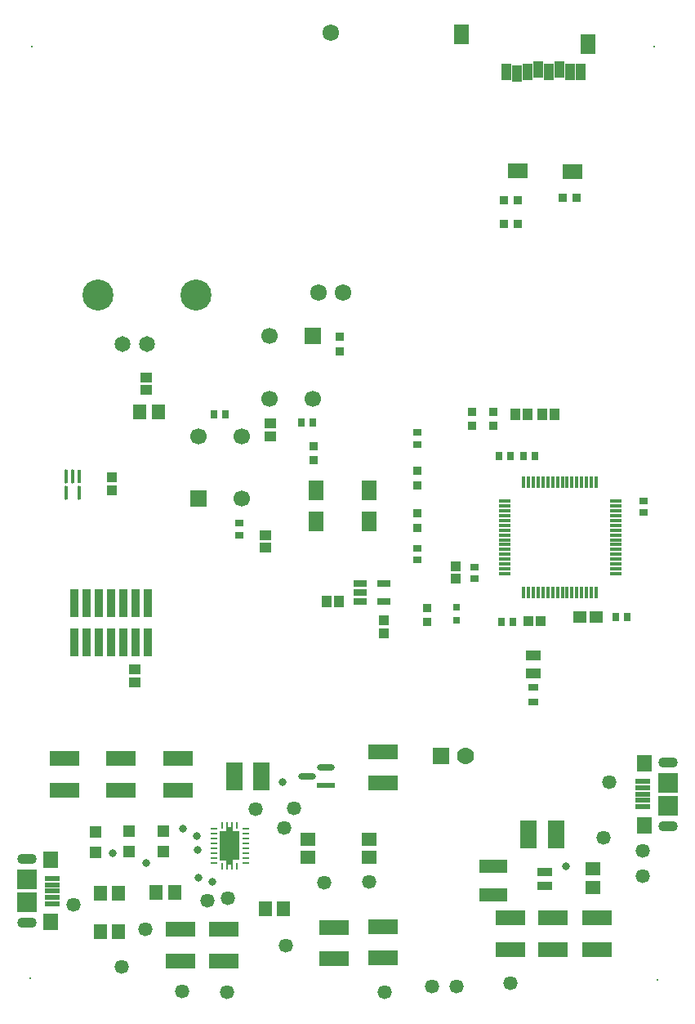
<source format=gts>
G04*
G04 #@! TF.GenerationSoftware,Altium Limited,Altium Designer,23.4.1 (23)*
G04*
G04 Layer_Color=8388736*
%FSLAX25Y25*%
%MOIN*%
G70*
G04*
G04 #@! TF.SameCoordinates,C2C47735-DA82-4273-8B30-92E5B03AA998*
G04*
G04*
G04 #@! TF.FilePolarity,Negative*
G04*
G01*
G75*
G04:AMPARAMS|DCode=18|XSize=23.62mil|YSize=9.45mil|CornerRadius=1.98mil|HoleSize=0mil|Usage=FLASHONLY|Rotation=0.000|XOffset=0mil|YOffset=0mil|HoleType=Round|Shape=RoundedRectangle|*
%AMROUNDEDRECTD18*
21,1,0.02362,0.00548,0,0,0.0*
21,1,0.01965,0.00945,0,0,0.0*
1,1,0.00397,0.00983,-0.00274*
1,1,0.00397,-0.00983,-0.00274*
1,1,0.00397,-0.00983,0.00274*
1,1,0.00397,0.00983,0.00274*
%
%ADD18ROUNDEDRECTD18*%
G04:AMPARAMS|DCode=19|XSize=71.82mil|YSize=24.33mil|CornerRadius=12.17mil|HoleSize=0mil|Usage=FLASHONLY|Rotation=180.000|XOffset=0mil|YOffset=0mil|HoleType=Round|Shape=RoundedRectangle|*
%AMROUNDEDRECTD19*
21,1,0.07182,0.00000,0,0,180.0*
21,1,0.04749,0.02433,0,0,180.0*
1,1,0.02433,-0.02375,0.00000*
1,1,0.02433,0.02375,0.00000*
1,1,0.02433,0.02375,0.00000*
1,1,0.02433,-0.02375,0.00000*
%
%ADD19ROUNDEDRECTD19*%
%ADD20R,0.04724X0.01181*%
%ADD21R,0.01181X0.04724*%
%ADD28R,0.06150X0.05542*%
G04:AMPARAMS|DCode=30|XSize=9.45mil|YSize=23.62mil|CornerRadius=1.98mil|HoleSize=0mil|Usage=FLASHONLY|Rotation=0.000|XOffset=0mil|YOffset=0mil|HoleType=Round|Shape=RoundedRectangle|*
%AMROUNDEDRECTD30*
21,1,0.00945,0.01965,0,0,0.0*
21,1,0.00548,0.02362,0,0,0.0*
1,1,0.00397,0.00274,-0.00983*
1,1,0.00397,-0.00274,-0.00983*
1,1,0.00397,-0.00274,0.00983*
1,1,0.00397,0.00274,0.00983*
%
%ADD30ROUNDEDRECTD30*%
%ADD31R,0.05542X0.06150*%
%ADD32R,0.03681X0.03788*%
%ADD33R,0.03772X0.03591*%
%ADD34R,0.03543X0.02953*%
%ADD36R,0.02953X0.03543*%
%ADD38R,0.03591X0.03772*%
%ADD40R,0.03788X0.03681*%
G04:AMPARAMS|DCode=42|XSize=57.64mil|YSize=14.8mil|CornerRadius=7.4mil|HoleSize=0mil|Usage=FLASHONLY|Rotation=270.000|XOffset=0mil|YOffset=0mil|HoleType=Round|Shape=RoundedRectangle|*
%AMROUNDEDRECTD42*
21,1,0.05764,0.00000,0,0,270.0*
21,1,0.04284,0.01480,0,0,270.0*
1,1,0.01480,0.00000,-0.02142*
1,1,0.01480,0.00000,0.02142*
1,1,0.01480,0.00000,0.02142*
1,1,0.01480,0.00000,-0.02142*
%
%ADD42ROUNDEDRECTD42*%
%ADD44R,0.02756X0.02559*%
%ADD45R,0.06903X0.11434*%
%ADD47R,0.04724X0.04724*%
%ADD49R,0.07182X0.02433*%
%ADD50R,0.03937X0.02953*%
%ADD54R,0.01181X0.04724*%
%ADD55R,0.01480X0.05764*%
%ADD57R,0.03701X0.11772*%
%ADD58R,0.03937X0.06693*%
%ADD59R,0.07874X0.06299*%
%ADD60R,0.06299X0.08268*%
%ADD61R,0.06102X0.02362*%
%ADD62R,0.06299X0.07087*%
%ADD63R,0.08268X0.08268*%
%ADD64R,0.12402X0.06496*%
%ADD65R,0.03937X0.04528*%
%ADD66R,0.04134X0.04331*%
%ADD67R,0.05512X0.03150*%
%ADD68R,0.04331X0.04134*%
%ADD69R,0.04528X0.03937*%
%ADD70R,0.02008X0.03386*%
%ADD71R,0.11417X0.05315*%
%ADD72R,0.05709X0.05118*%
%ADD73R,0.04921X0.04331*%
%ADD74R,0.06299X0.04331*%
%ADD75R,0.05906X0.08268*%
%ADD76C,0.06988*%
%ADD77R,0.06988X0.06988*%
%ADD78O,0.07874X0.04331*%
%ADD79C,0.06693*%
%ADD80R,0.06693X0.06693*%
%ADD81C,0.06772*%
%ADD82C,0.06480*%
%ADD83C,0.00787*%
%ADD84C,0.12658*%
%ADD85C,0.05787*%
%ADD86C,0.03150*%
%ADD87C,0.01968*%
G36*
X336516Y164469D02*
Y164508D01*
X336546Y164580D01*
X336601Y164635D01*
X336673Y164665D01*
X336713D01*
Y164665D01*
X339075D01*
X339075Y168110D01*
Y168149D01*
X339105Y168222D01*
X339160Y168277D01*
X339232Y168307D01*
X339272D01*
Y168307D01*
X339665Y168307D01*
X339704Y168307D01*
X339777Y168277D01*
X339832Y168222D01*
X339862Y168149D01*
X339862Y168110D01*
X339862Y168110D01*
X339862Y166240D01*
X341240D01*
Y168110D01*
X341240Y168149D01*
X341270Y168222D01*
X341325Y168277D01*
X341398Y168307D01*
X341437Y168307D01*
Y168307D01*
X341831Y168307D01*
X341870D01*
X341942Y168277D01*
X341998Y168222D01*
X342027Y168149D01*
Y168110D01*
X342028Y168110D01*
Y164665D01*
X344390Y164665D01*
X344429D01*
X344501Y164635D01*
X344557Y164580D01*
X344587Y164508D01*
Y164469D01*
X344587D01*
X344587Y153051D01*
Y153012D01*
X344557Y152940D01*
X344501Y152884D01*
X344429Y152854D01*
X344390D01*
X344390D01*
X342028D01*
X342027Y149213D01*
Y149173D01*
X341998Y149101D01*
X341942Y149046D01*
X341870Y149016D01*
X341831D01*
X341831Y149016D01*
X341437D01*
X341398Y149016D01*
X341325Y149046D01*
X341270Y149101D01*
X341240Y149173D01*
X341240Y149213D01*
D01*
X341240Y151083D01*
X339862D01*
X339862Y149213D01*
X339862Y149173D01*
X339832Y149101D01*
X339777Y149046D01*
X339704Y149016D01*
X339665D01*
D01*
X339272D01*
X339232D01*
X339160Y149046D01*
X339105Y149101D01*
X339075Y149173D01*
Y149213D01*
Y149213D01*
Y152657D01*
X336713D01*
X336673D01*
X336601Y152687D01*
X336546Y152743D01*
X336516Y152815D01*
Y152854D01*
Y152854D01*
X336516Y164469D01*
D02*
G37*
D18*
X347047Y161614D02*
D03*
Y163583D02*
D03*
X334055Y165551D02*
D03*
Y163583D02*
D03*
Y161614D02*
D03*
Y159646D02*
D03*
Y157677D02*
D03*
Y155709D02*
D03*
Y153740D02*
D03*
Y151772D02*
D03*
X347047D02*
D03*
Y153740D02*
D03*
Y155709D02*
D03*
Y157677D02*
D03*
Y159646D02*
D03*
Y165551D02*
D03*
D19*
X372204Y187008D02*
D03*
X379765Y190748D02*
D03*
D20*
X452756Y297244D02*
D03*
X498031Y299213D02*
D03*
Y297244D02*
D03*
X452756Y277559D02*
D03*
Y299213D02*
D03*
Y295276D02*
D03*
Y293307D02*
D03*
Y291339D02*
D03*
Y289370D02*
D03*
Y287402D02*
D03*
Y285433D02*
D03*
Y283465D02*
D03*
Y281496D02*
D03*
Y279528D02*
D03*
Y275591D02*
D03*
Y273622D02*
D03*
Y271654D02*
D03*
Y269685D02*
D03*
X498031D02*
D03*
Y271654D02*
D03*
Y273622D02*
D03*
Y275591D02*
D03*
Y277559D02*
D03*
Y279528D02*
D03*
Y281496D02*
D03*
Y283465D02*
D03*
Y285433D02*
D03*
Y287402D02*
D03*
Y289370D02*
D03*
Y291339D02*
D03*
Y293307D02*
D03*
Y295276D02*
D03*
D21*
X468504Y307087D02*
D03*
X490157Y261811D02*
D03*
X464567D02*
D03*
X460630Y307087D02*
D03*
X462598D02*
D03*
X488189Y261811D02*
D03*
X462598D02*
D03*
X460630D02*
D03*
X466535D02*
D03*
X468504D02*
D03*
X470472D02*
D03*
X472441D02*
D03*
X474409D02*
D03*
X476378D02*
D03*
X478346D02*
D03*
X480315D02*
D03*
X482283D02*
D03*
X484252D02*
D03*
X486220D02*
D03*
X490157Y307087D02*
D03*
X488189D02*
D03*
X486220D02*
D03*
X484252D02*
D03*
X482283D02*
D03*
X480315D02*
D03*
X478346D02*
D03*
X476378D02*
D03*
X472441D02*
D03*
X470472D02*
D03*
X466535D02*
D03*
X464567D02*
D03*
D28*
X488976Y141732D02*
D03*
Y149230D02*
D03*
X372689Y153921D02*
D03*
Y161418D02*
D03*
X397492Y153921D02*
D03*
Y161418D02*
D03*
D30*
X337598Y167126D02*
D03*
Y150197D02*
D03*
X343504D02*
D03*
Y167126D02*
D03*
D31*
X303921Y335579D02*
D03*
X311418D02*
D03*
X287779Y123768D02*
D03*
X295276D02*
D03*
X362615Y132925D02*
D03*
X355117D02*
D03*
X310613Y139516D02*
D03*
X318111D02*
D03*
X295292Y139224D02*
D03*
X287795D02*
D03*
D32*
X482185Y422835D02*
D03*
X476552D02*
D03*
D33*
X452445Y421850D02*
D03*
X452457Y412299D02*
D03*
X458181D02*
D03*
X458169Y421850D02*
D03*
D34*
X509449Y299213D02*
D03*
X417323Y327165D02*
D03*
X344488Y290157D02*
D03*
X417323Y275197D02*
D03*
X440551Y272441D02*
D03*
X509449Y294488D02*
D03*
X440551Y267717D02*
D03*
X417323Y279921D02*
D03*
X344488Y285433D02*
D03*
X417323Y322441D02*
D03*
D36*
X502756Y251969D02*
D03*
X455118Y317717D02*
D03*
X460630D02*
D03*
X456201Y249902D02*
D03*
X465354Y317717D02*
D03*
X334252Y334646D02*
D03*
X498032Y251969D02*
D03*
X451476Y249902D02*
D03*
X450394Y317717D02*
D03*
X369783Y331201D02*
D03*
X374508D02*
D03*
X338976Y334646D02*
D03*
D38*
X439567Y335646D02*
D03*
X421260Y249894D02*
D03*
X448032Y329982D02*
D03*
Y335707D02*
D03*
X421260Y255618D02*
D03*
X417323Y305799D02*
D03*
Y311524D02*
D03*
X385638Y360425D02*
D03*
Y366150D02*
D03*
X417323Y288476D02*
D03*
Y294201D02*
D03*
X439567Y329921D02*
D03*
D40*
X374803Y316020D02*
D03*
Y321654D02*
D03*
D42*
X279134Y302756D02*
D03*
X276575Y309213D02*
D03*
X274016D02*
D03*
Y302756D02*
D03*
D44*
X433071Y250591D02*
D03*
Y255906D02*
D03*
D45*
X473899Y163201D02*
D03*
X462676D02*
D03*
X342423Y186886D02*
D03*
X353647D02*
D03*
D47*
X313665Y164665D02*
D03*
Y156397D02*
D03*
X299492Y164665D02*
D03*
Y156397D02*
D03*
X285713Y164272D02*
D03*
Y156004D02*
D03*
D49*
X379765Y183268D02*
D03*
D50*
X464567Y217323D02*
D03*
Y223228D02*
D03*
D54*
X474409Y307087D02*
D03*
D55*
X279134Y309213D02*
D03*
D57*
X277126Y241594D02*
D03*
Y257618D02*
D03*
X297126Y241594D02*
D03*
Y257618D02*
D03*
X302126Y241594D02*
D03*
Y257618D02*
D03*
X307126Y241594D02*
D03*
Y257618D02*
D03*
X292126D02*
D03*
Y241594D02*
D03*
X287126Y257618D02*
D03*
Y241594D02*
D03*
X282126Y257618D02*
D03*
Y241594D02*
D03*
D58*
X453445Y474409D02*
D03*
X457776Y473622D02*
D03*
X462106Y474409D02*
D03*
X466437Y475197D02*
D03*
X470768Y474409D02*
D03*
X475098Y475197D02*
D03*
X479429Y474409D02*
D03*
X483760D02*
D03*
D59*
X480524Y433705D02*
D03*
X458169Y433858D02*
D03*
D60*
X435138Y489567D02*
D03*
X486909Y485630D02*
D03*
D61*
X268283Y145346D02*
D03*
Y142787D02*
D03*
Y140228D02*
D03*
Y137669D02*
D03*
Y135110D02*
D03*
X509055Y174606D02*
D03*
Y177165D02*
D03*
Y179724D02*
D03*
Y182283D02*
D03*
Y184843D02*
D03*
D62*
X267398Y152827D02*
D03*
Y127630D02*
D03*
X509941Y167126D02*
D03*
Y192323D02*
D03*
D63*
X257752Y144953D02*
D03*
Y135504D02*
D03*
X519587Y175000D02*
D03*
Y184449D02*
D03*
D64*
X320472Y111713D02*
D03*
Y124508D02*
D03*
X338189Y111713D02*
D03*
Y124508D02*
D03*
X296063Y194193D02*
D03*
Y181398D02*
D03*
X273228Y194193D02*
D03*
Y181398D02*
D03*
X403150Y184153D02*
D03*
Y196949D02*
D03*
X472441Y129232D02*
D03*
Y116437D02*
D03*
X490551Y116437D02*
D03*
Y129232D02*
D03*
X455118Y116437D02*
D03*
Y129232D02*
D03*
X403150Y112894D02*
D03*
Y125689D02*
D03*
X383071Y112500D02*
D03*
Y125295D02*
D03*
X319685Y181398D02*
D03*
Y194193D02*
D03*
D65*
X473228Y334646D02*
D03*
X380118Y258268D02*
D03*
X457087Y334646D02*
D03*
X468110D02*
D03*
X385236Y258268D02*
D03*
X462205Y334646D02*
D03*
D66*
X467569Y250148D02*
D03*
X462451D02*
D03*
D67*
X403543Y258268D02*
D03*
X393701Y265748D02*
D03*
X403543D02*
D03*
X393701Y258268D02*
D03*
Y262008D02*
D03*
D68*
X292520Y303740D02*
D03*
X403543Y250591D02*
D03*
X432874Y272638D02*
D03*
X403543Y245473D02*
D03*
X292520Y308858D02*
D03*
X432874Y267520D02*
D03*
D69*
X355118Y280315D02*
D03*
X306693Y349606D02*
D03*
Y344685D02*
D03*
X355118Y285433D02*
D03*
D70*
X471130Y147984D02*
D03*
X469161D02*
D03*
X467193D02*
D03*
Y142197D02*
D03*
X469161D02*
D03*
X471130D02*
D03*
D71*
X448032Y138583D02*
D03*
Y150394D02*
D03*
D72*
X490157Y251969D02*
D03*
X483465D02*
D03*
D73*
X301969Y225197D02*
D03*
X357087Y325590D02*
D03*
Y331102D02*
D03*
X301969Y230709D02*
D03*
D74*
X464567Y228937D02*
D03*
Y236417D02*
D03*
D75*
X397638Y290945D02*
D03*
Y303543D02*
D03*
X375984Y290945D02*
D03*
Y303543D02*
D03*
D76*
X436811Y195374D02*
D03*
D77*
X426968D02*
D03*
D78*
X257752Y153220D02*
D03*
Y127236D02*
D03*
X519587Y166732D02*
D03*
Y192717D02*
D03*
D79*
X356890Y341142D02*
D03*
Y366732D02*
D03*
X327756Y325787D02*
D03*
X345472D02*
D03*
Y300197D02*
D03*
X374606Y341142D02*
D03*
D80*
X327756Y300197D02*
D03*
X374606Y366732D02*
D03*
D81*
X381890Y490394D02*
D03*
X376890Y384409D02*
D03*
X386890D02*
D03*
D82*
X296772Y363465D02*
D03*
X306772D02*
D03*
D83*
X515354Y103937D02*
D03*
X259055Y104724D02*
D03*
X259843Y484646D02*
D03*
X513780D02*
D03*
D84*
X326772Y383465D02*
D03*
X286772D02*
D03*
D85*
X397638Y144095D02*
D03*
X379134Y143701D02*
D03*
X493307Y161811D02*
D03*
X509055Y146457D02*
D03*
Y156693D02*
D03*
X495669Y184646D02*
D03*
X455118Y102756D02*
D03*
X276772Y134646D02*
D03*
X366929Y174016D02*
D03*
X362992Y166142D02*
D03*
X363386Y118110D02*
D03*
X351181Y173622D02*
D03*
X306299Y124803D02*
D03*
X339764Y137402D02*
D03*
X321260Y99213D02*
D03*
X339370Y98819D02*
D03*
X296457Y109449D02*
D03*
X433071Y101181D02*
D03*
X423228D02*
D03*
X403937Y98819D02*
D03*
X331496Y136221D02*
D03*
D86*
X477953Y150394D02*
D03*
X362158Y184646D02*
D03*
X306693Y151575D02*
D03*
X327953Y145669D02*
D03*
X333465Y144095D02*
D03*
X327559Y156933D02*
D03*
X327362Y162795D02*
D03*
X292913Y155512D02*
D03*
X321457Y165551D02*
D03*
D87*
X340551Y163681D02*
D03*
X337500Y160728D02*
D03*
X340551D02*
D03*
X343602D02*
D03*
X337500Y156594D02*
D03*
X340551D02*
D03*
X343602D02*
D03*
X340551Y153642D02*
D03*
M02*

</source>
